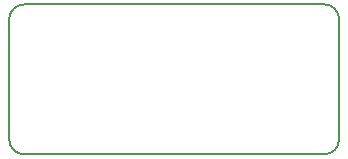
<source format=gko>
G04 DipTrace 3.1.0.0*
G04 ADS115SBreakout.gko*
%MOIN*%
G04 #@! TF.FileFunction,Profile*
G04 #@! TF.Part,Single*
%ADD11C,0.005512*%
%FSLAX26Y26*%
G04*
G70*
G90*
G75*
G01*
G04 BoardOutline*
%LPD*%
X444000Y394000D2*
D11*
X1444000D1*
G03X1494000Y444000I1J49999D01*
G01*
Y844000D1*
G03X1444000Y894000I-49999J1D01*
G01*
X444000D1*
G03X394000Y844000I-1J-49999D01*
G01*
Y444000D1*
G03X444000Y394000I49999J-1D01*
G01*
M02*

</source>
